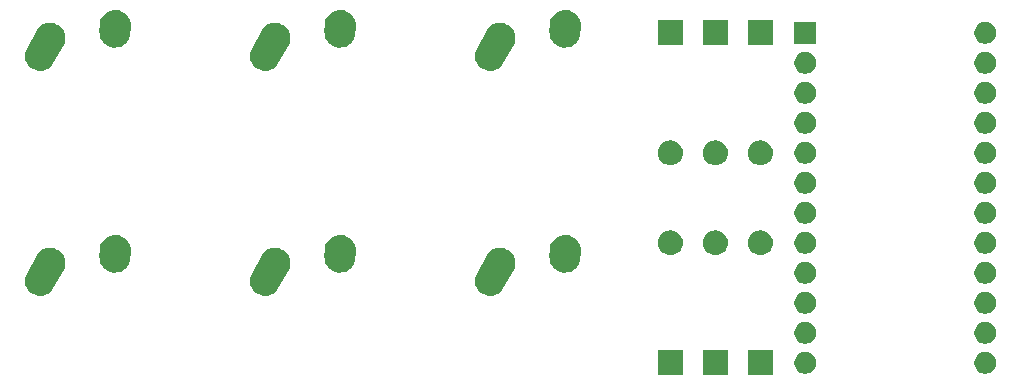
<source format=gbr>
G04 #@! TF.GenerationSoftware,KiCad,Pcbnew,(5.1.4)-1*
G04 #@! TF.CreationDate,2019-08-25T22:56:09+01:00*
G04 #@! TF.ProjectId,pcb,7063622e-6b69-4636-9164-5f7063625858,rev?*
G04 #@! TF.SameCoordinates,Original*
G04 #@! TF.FileFunction,Soldermask,Top*
G04 #@! TF.FilePolarity,Negative*
%FSLAX46Y46*%
G04 Gerber Fmt 4.6, Leading zero omitted, Abs format (unit mm)*
G04 Created by KiCad (PCBNEW (5.1.4)-1) date 2019-08-25 22:56:09*
%MOMM*%
%LPD*%
G04 APERTURE LIST*
%ADD10C,0.100000*%
G04 APERTURE END LIST*
D10*
G36*
X103921000Y-95666000D02*
G01*
X101819000Y-95666000D01*
X101819000Y-93564000D01*
X103921000Y-93564000D01*
X103921000Y-95666000D01*
X103921000Y-95666000D01*
G37*
G36*
X100111000Y-95666000D02*
G01*
X98009000Y-95666000D01*
X98009000Y-93564000D01*
X100111000Y-93564000D01*
X100111000Y-95666000D01*
X100111000Y-95666000D01*
G37*
G36*
X96301000Y-95666000D02*
G01*
X94199000Y-95666000D01*
X94199000Y-93564000D01*
X96301000Y-93564000D01*
X96301000Y-95666000D01*
X96301000Y-95666000D01*
G37*
G36*
X106950483Y-93723335D02*
G01*
X107119240Y-93793236D01*
X107271118Y-93894718D01*
X107400282Y-94023882D01*
X107501764Y-94175760D01*
X107571665Y-94344517D01*
X107607300Y-94523668D01*
X107607300Y-94706332D01*
X107571665Y-94885483D01*
X107501764Y-95054240D01*
X107400282Y-95206118D01*
X107271118Y-95335282D01*
X107119240Y-95436764D01*
X106950483Y-95506665D01*
X106771332Y-95542300D01*
X106588668Y-95542300D01*
X106409517Y-95506665D01*
X106240760Y-95436764D01*
X106088882Y-95335282D01*
X105959718Y-95206118D01*
X105858236Y-95054240D01*
X105788335Y-94885483D01*
X105752700Y-94706332D01*
X105752700Y-94523668D01*
X105788335Y-94344517D01*
X105858236Y-94175760D01*
X105959718Y-94023882D01*
X106088882Y-93894718D01*
X106240760Y-93793236D01*
X106409517Y-93723335D01*
X106588668Y-93687700D01*
X106771332Y-93687700D01*
X106950483Y-93723335D01*
X106950483Y-93723335D01*
G37*
G36*
X122190483Y-93723335D02*
G01*
X122359240Y-93793236D01*
X122511118Y-93894718D01*
X122640282Y-94023882D01*
X122741764Y-94175760D01*
X122811665Y-94344517D01*
X122847300Y-94523668D01*
X122847300Y-94706332D01*
X122811665Y-94885483D01*
X122741764Y-95054240D01*
X122640282Y-95206118D01*
X122511118Y-95335282D01*
X122359240Y-95436764D01*
X122190483Y-95506665D01*
X122011332Y-95542300D01*
X121828668Y-95542300D01*
X121649517Y-95506665D01*
X121480760Y-95436764D01*
X121328882Y-95335282D01*
X121199718Y-95206118D01*
X121098236Y-95054240D01*
X121028335Y-94885483D01*
X120992700Y-94706332D01*
X120992700Y-94523668D01*
X121028335Y-94344517D01*
X121098236Y-94175760D01*
X121199718Y-94023882D01*
X121328882Y-93894718D01*
X121480760Y-93793236D01*
X121649517Y-93723335D01*
X121828668Y-93687700D01*
X122011332Y-93687700D01*
X122190483Y-93723335D01*
X122190483Y-93723335D01*
G37*
G36*
X122190483Y-91183335D02*
G01*
X122359240Y-91253236D01*
X122511118Y-91354718D01*
X122640282Y-91483882D01*
X122741764Y-91635760D01*
X122811665Y-91804517D01*
X122847300Y-91983668D01*
X122847300Y-92166332D01*
X122811665Y-92345483D01*
X122741764Y-92514240D01*
X122640282Y-92666118D01*
X122511118Y-92795282D01*
X122359240Y-92896764D01*
X122190483Y-92966665D01*
X122011332Y-93002300D01*
X121828668Y-93002300D01*
X121649517Y-92966665D01*
X121480760Y-92896764D01*
X121328882Y-92795282D01*
X121199718Y-92666118D01*
X121098236Y-92514240D01*
X121028335Y-92345483D01*
X120992700Y-92166332D01*
X120992700Y-91983668D01*
X121028335Y-91804517D01*
X121098236Y-91635760D01*
X121199718Y-91483882D01*
X121328882Y-91354718D01*
X121480760Y-91253236D01*
X121649517Y-91183335D01*
X121828668Y-91147700D01*
X122011332Y-91147700D01*
X122190483Y-91183335D01*
X122190483Y-91183335D01*
G37*
G36*
X106950483Y-91183335D02*
G01*
X107119240Y-91253236D01*
X107271118Y-91354718D01*
X107400282Y-91483882D01*
X107501764Y-91635760D01*
X107571665Y-91804517D01*
X107607300Y-91983668D01*
X107607300Y-92166332D01*
X107571665Y-92345483D01*
X107501764Y-92514240D01*
X107400282Y-92666118D01*
X107271118Y-92795282D01*
X107119240Y-92896764D01*
X106950483Y-92966665D01*
X106771332Y-93002300D01*
X106588668Y-93002300D01*
X106409517Y-92966665D01*
X106240760Y-92896764D01*
X106088882Y-92795282D01*
X105959718Y-92666118D01*
X105858236Y-92514240D01*
X105788335Y-92345483D01*
X105752700Y-92166332D01*
X105752700Y-91983668D01*
X105788335Y-91804517D01*
X105858236Y-91635760D01*
X105959718Y-91483882D01*
X106088882Y-91354718D01*
X106240760Y-91253236D01*
X106409517Y-91183335D01*
X106588668Y-91147700D01*
X106771332Y-91147700D01*
X106950483Y-91183335D01*
X106950483Y-91183335D01*
G37*
G36*
X122190483Y-88643335D02*
G01*
X122359240Y-88713236D01*
X122511118Y-88814718D01*
X122640282Y-88943882D01*
X122741764Y-89095760D01*
X122811665Y-89264517D01*
X122847300Y-89443668D01*
X122847300Y-89626332D01*
X122811665Y-89805483D01*
X122741764Y-89974240D01*
X122640282Y-90126118D01*
X122511118Y-90255282D01*
X122359240Y-90356764D01*
X122190483Y-90426665D01*
X122011332Y-90462300D01*
X121828668Y-90462300D01*
X121649517Y-90426665D01*
X121480760Y-90356764D01*
X121328882Y-90255282D01*
X121199718Y-90126118D01*
X121098236Y-89974240D01*
X121028335Y-89805483D01*
X120992700Y-89626332D01*
X120992700Y-89443668D01*
X121028335Y-89264517D01*
X121098236Y-89095760D01*
X121199718Y-88943882D01*
X121328882Y-88814718D01*
X121480760Y-88713236D01*
X121649517Y-88643335D01*
X121828668Y-88607700D01*
X122011332Y-88607700D01*
X122190483Y-88643335D01*
X122190483Y-88643335D01*
G37*
G36*
X106950483Y-88643335D02*
G01*
X107119240Y-88713236D01*
X107271118Y-88814718D01*
X107400282Y-88943882D01*
X107501764Y-89095760D01*
X107571665Y-89264517D01*
X107607300Y-89443668D01*
X107607300Y-89626332D01*
X107571665Y-89805483D01*
X107501764Y-89974240D01*
X107400282Y-90126118D01*
X107271118Y-90255282D01*
X107119240Y-90356764D01*
X106950483Y-90426665D01*
X106771332Y-90462300D01*
X106588668Y-90462300D01*
X106409517Y-90426665D01*
X106240760Y-90356764D01*
X106088882Y-90255282D01*
X105959718Y-90126118D01*
X105858236Y-89974240D01*
X105788335Y-89805483D01*
X105752700Y-89626332D01*
X105752700Y-89443668D01*
X105788335Y-89264517D01*
X105858236Y-89095760D01*
X105959718Y-88943882D01*
X106088882Y-88814718D01*
X106240760Y-88713236D01*
X106409517Y-88643335D01*
X106588668Y-88607700D01*
X106771332Y-88607700D01*
X106950483Y-88643335D01*
X106950483Y-88643335D01*
G37*
G36*
X61919575Y-84871286D02*
G01*
X62170086Y-84925333D01*
X62303357Y-84983074D01*
X62405239Y-85027215D01*
X62516688Y-85104314D01*
X62615996Y-85173014D01*
X62615998Y-85173016D01*
X62794262Y-85357130D01*
X62933180Y-85572483D01*
X63027419Y-85810804D01*
X63060019Y-85989753D01*
X63073351Y-86062928D01*
X63069213Y-86319169D01*
X63015166Y-86569680D01*
X62938813Y-86745911D01*
X62065846Y-88317549D01*
X61956579Y-88475497D01*
X61956577Y-88475499D01*
X61772463Y-88653763D01*
X61587953Y-88772785D01*
X61557108Y-88792682D01*
X61534546Y-88801603D01*
X61318789Y-88886920D01*
X61139840Y-88919520D01*
X61066665Y-88932852D01*
X60810425Y-88928714D01*
X60559914Y-88874667D01*
X60421547Y-88814718D01*
X60324761Y-88772785D01*
X60213312Y-88695686D01*
X60114004Y-88626986D01*
X60095331Y-88607700D01*
X59935738Y-88442870D01*
X59796820Y-88227517D01*
X59702581Y-87989196D01*
X59669981Y-87810247D01*
X59656649Y-87737072D01*
X59660787Y-87480832D01*
X59714834Y-87230321D01*
X59791187Y-87054090D01*
X60664154Y-85482451D01*
X60773421Y-85324503D01*
X60900187Y-85201765D01*
X60957537Y-85146237D01*
X61172889Y-85007318D01*
X61411210Y-84913080D01*
X61590159Y-84880480D01*
X61663334Y-84867148D01*
X61919575Y-84871286D01*
X61919575Y-84871286D01*
G37*
G36*
X42869575Y-84871286D02*
G01*
X43120086Y-84925333D01*
X43253357Y-84983074D01*
X43355239Y-85027215D01*
X43466688Y-85104314D01*
X43565996Y-85173014D01*
X43565998Y-85173016D01*
X43744262Y-85357130D01*
X43883180Y-85572483D01*
X43977419Y-85810804D01*
X44010019Y-85989753D01*
X44023351Y-86062928D01*
X44019213Y-86319169D01*
X43965166Y-86569680D01*
X43888813Y-86745911D01*
X43015846Y-88317549D01*
X42906579Y-88475497D01*
X42906577Y-88475499D01*
X42722463Y-88653763D01*
X42537953Y-88772785D01*
X42507108Y-88792682D01*
X42484546Y-88801603D01*
X42268789Y-88886920D01*
X42089840Y-88919520D01*
X42016665Y-88932852D01*
X41760425Y-88928714D01*
X41509914Y-88874667D01*
X41371547Y-88814718D01*
X41274761Y-88772785D01*
X41163312Y-88695686D01*
X41064004Y-88626986D01*
X41045331Y-88607700D01*
X40885738Y-88442870D01*
X40746820Y-88227517D01*
X40652581Y-87989196D01*
X40619981Y-87810247D01*
X40606649Y-87737072D01*
X40610787Y-87480832D01*
X40664834Y-87230321D01*
X40741187Y-87054090D01*
X41614154Y-85482451D01*
X41723421Y-85324503D01*
X41850187Y-85201765D01*
X41907537Y-85146237D01*
X42122889Y-85007318D01*
X42361210Y-84913080D01*
X42540159Y-84880480D01*
X42613334Y-84867148D01*
X42869575Y-84871286D01*
X42869575Y-84871286D01*
G37*
G36*
X80969575Y-84871286D02*
G01*
X81220086Y-84925333D01*
X81353357Y-84983074D01*
X81455239Y-85027215D01*
X81566688Y-85104314D01*
X81665996Y-85173014D01*
X81665998Y-85173016D01*
X81844262Y-85357130D01*
X81983180Y-85572483D01*
X82077419Y-85810804D01*
X82110019Y-85989753D01*
X82123351Y-86062928D01*
X82119213Y-86319169D01*
X82065166Y-86569680D01*
X81988813Y-86745911D01*
X81115846Y-88317549D01*
X81006579Y-88475497D01*
X81006577Y-88475499D01*
X80822463Y-88653763D01*
X80637953Y-88772785D01*
X80607108Y-88792682D01*
X80584546Y-88801603D01*
X80368789Y-88886920D01*
X80189840Y-88919520D01*
X80116665Y-88932852D01*
X79860425Y-88928714D01*
X79609914Y-88874667D01*
X79471547Y-88814718D01*
X79374761Y-88772785D01*
X79263312Y-88695686D01*
X79164004Y-88626986D01*
X79145331Y-88607700D01*
X78985738Y-88442870D01*
X78846820Y-88227517D01*
X78752581Y-87989196D01*
X78719981Y-87810247D01*
X78706649Y-87737072D01*
X78710787Y-87480832D01*
X78764834Y-87230321D01*
X78841187Y-87054090D01*
X79714154Y-85482451D01*
X79823421Y-85324503D01*
X79950187Y-85201765D01*
X80007537Y-85146237D01*
X80222889Y-85007318D01*
X80461210Y-84913080D01*
X80640159Y-84880480D01*
X80713334Y-84867148D01*
X80969575Y-84871286D01*
X80969575Y-84871286D01*
G37*
G36*
X122190483Y-86103335D02*
G01*
X122359240Y-86173236D01*
X122511118Y-86274718D01*
X122640282Y-86403882D01*
X122741764Y-86555760D01*
X122811665Y-86724517D01*
X122847300Y-86903668D01*
X122847300Y-87086332D01*
X122811665Y-87265483D01*
X122741764Y-87434240D01*
X122640282Y-87586118D01*
X122511118Y-87715282D01*
X122359240Y-87816764D01*
X122190483Y-87886665D01*
X122011332Y-87922300D01*
X121828668Y-87922300D01*
X121649517Y-87886665D01*
X121480760Y-87816764D01*
X121328882Y-87715282D01*
X121199718Y-87586118D01*
X121098236Y-87434240D01*
X121028335Y-87265483D01*
X120992700Y-87086332D01*
X120992700Y-86903668D01*
X121028335Y-86724517D01*
X121098236Y-86555760D01*
X121199718Y-86403882D01*
X121328882Y-86274718D01*
X121480760Y-86173236D01*
X121649517Y-86103335D01*
X121828668Y-86067700D01*
X122011332Y-86067700D01*
X122190483Y-86103335D01*
X122190483Y-86103335D01*
G37*
G36*
X106950483Y-86103335D02*
G01*
X107119240Y-86173236D01*
X107271118Y-86274718D01*
X107400282Y-86403882D01*
X107501764Y-86555760D01*
X107571665Y-86724517D01*
X107607300Y-86903668D01*
X107607300Y-87086332D01*
X107571665Y-87265483D01*
X107501764Y-87434240D01*
X107400282Y-87586118D01*
X107271118Y-87715282D01*
X107119240Y-87816764D01*
X106950483Y-87886665D01*
X106771332Y-87922300D01*
X106588668Y-87922300D01*
X106409517Y-87886665D01*
X106240760Y-87816764D01*
X106088882Y-87715282D01*
X105959718Y-87586118D01*
X105858236Y-87434240D01*
X105788335Y-87265483D01*
X105752700Y-87086332D01*
X105752700Y-86903668D01*
X105788335Y-86724517D01*
X105858236Y-86555760D01*
X105959718Y-86403882D01*
X106088882Y-86274718D01*
X106240760Y-86173236D01*
X106409517Y-86103335D01*
X106588668Y-86067700D01*
X106771332Y-86067700D01*
X106950483Y-86103335D01*
X106950483Y-86103335D01*
G37*
G36*
X48601379Y-83828813D02*
G01*
X48840991Y-83919713D01*
X48994547Y-84015759D01*
X49058265Y-84055613D01*
X49244852Y-84231288D01*
X49356209Y-84387550D01*
X49393580Y-84439990D01*
X49498735Y-84673697D01*
X49498736Y-84673701D01*
X49556276Y-84923428D01*
X49562058Y-85115394D01*
X49551057Y-85276763D01*
X49513916Y-85821571D01*
X49482135Y-86010983D01*
X49391235Y-86250595D01*
X49347817Y-86320010D01*
X49255335Y-86467869D01*
X49079660Y-86654456D01*
X48923398Y-86765813D01*
X48870958Y-86803184D01*
X48637251Y-86908339D01*
X48637247Y-86908340D01*
X48387521Y-86965880D01*
X48131366Y-86973594D01*
X48131362Y-86973594D01*
X47878621Y-86931187D01*
X47639009Y-86840287D01*
X47421735Y-86704387D01*
X47368703Y-86654456D01*
X47235148Y-86528712D01*
X47123791Y-86372450D01*
X47086420Y-86320010D01*
X46981265Y-86086303D01*
X46923724Y-85836571D01*
X46922948Y-85810804D01*
X46917942Y-85644608D01*
X46966084Y-84938428D01*
X46978044Y-84867148D01*
X46997865Y-84749017D01*
X47088765Y-84509405D01*
X47224665Y-84292131D01*
X47281950Y-84231288D01*
X47400340Y-84105544D01*
X47556602Y-83994187D01*
X47609042Y-83956816D01*
X47842749Y-83851661D01*
X47842753Y-83851660D01*
X48092479Y-83794120D01*
X48348634Y-83786406D01*
X48348638Y-83786406D01*
X48601379Y-83828813D01*
X48601379Y-83828813D01*
G37*
G36*
X67651379Y-83828813D02*
G01*
X67890991Y-83919713D01*
X68044547Y-84015759D01*
X68108265Y-84055613D01*
X68294852Y-84231288D01*
X68406209Y-84387550D01*
X68443580Y-84439990D01*
X68548735Y-84673697D01*
X68548736Y-84673701D01*
X68606276Y-84923428D01*
X68612058Y-85115394D01*
X68601057Y-85276763D01*
X68563916Y-85821571D01*
X68532135Y-86010983D01*
X68441235Y-86250595D01*
X68397817Y-86320010D01*
X68305335Y-86467869D01*
X68129660Y-86654456D01*
X67973398Y-86765813D01*
X67920958Y-86803184D01*
X67687251Y-86908339D01*
X67687247Y-86908340D01*
X67437521Y-86965880D01*
X67181366Y-86973594D01*
X67181362Y-86973594D01*
X66928621Y-86931187D01*
X66689009Y-86840287D01*
X66471735Y-86704387D01*
X66418703Y-86654456D01*
X66285148Y-86528712D01*
X66173791Y-86372450D01*
X66136420Y-86320010D01*
X66031265Y-86086303D01*
X65973724Y-85836571D01*
X65972948Y-85810804D01*
X65967942Y-85644608D01*
X66016084Y-84938428D01*
X66028044Y-84867148D01*
X66047865Y-84749017D01*
X66138765Y-84509405D01*
X66274665Y-84292131D01*
X66331950Y-84231288D01*
X66450340Y-84105544D01*
X66606602Y-83994187D01*
X66659042Y-83956816D01*
X66892749Y-83851661D01*
X66892753Y-83851660D01*
X67142479Y-83794120D01*
X67398634Y-83786406D01*
X67398638Y-83786406D01*
X67651379Y-83828813D01*
X67651379Y-83828813D01*
G37*
G36*
X86701379Y-83828813D02*
G01*
X86940991Y-83919713D01*
X87094547Y-84015759D01*
X87158265Y-84055613D01*
X87344852Y-84231288D01*
X87456209Y-84387550D01*
X87493580Y-84439990D01*
X87598735Y-84673697D01*
X87598736Y-84673701D01*
X87656276Y-84923428D01*
X87662058Y-85115394D01*
X87651057Y-85276763D01*
X87613916Y-85821571D01*
X87582135Y-86010983D01*
X87491235Y-86250595D01*
X87447817Y-86320010D01*
X87355335Y-86467869D01*
X87179660Y-86654456D01*
X87023398Y-86765813D01*
X86970958Y-86803184D01*
X86737251Y-86908339D01*
X86737247Y-86908340D01*
X86487521Y-86965880D01*
X86231366Y-86973594D01*
X86231362Y-86973594D01*
X85978621Y-86931187D01*
X85739009Y-86840287D01*
X85521735Y-86704387D01*
X85468703Y-86654456D01*
X85335148Y-86528712D01*
X85223791Y-86372450D01*
X85186420Y-86320010D01*
X85081265Y-86086303D01*
X85023724Y-85836571D01*
X85022948Y-85810804D01*
X85017942Y-85644608D01*
X85066084Y-84938428D01*
X85078044Y-84867148D01*
X85097865Y-84749017D01*
X85188765Y-84509405D01*
X85324665Y-84292131D01*
X85381950Y-84231288D01*
X85500340Y-84105544D01*
X85656602Y-83994187D01*
X85709042Y-83956816D01*
X85942749Y-83851661D01*
X85942753Y-83851660D01*
X86192479Y-83794120D01*
X86448634Y-83786406D01*
X86448638Y-83786406D01*
X86701379Y-83828813D01*
X86701379Y-83828813D01*
G37*
G36*
X95353097Y-83409069D02*
G01*
X95456032Y-83419207D01*
X95654146Y-83479305D01*
X95654149Y-83479306D01*
X95744687Y-83527700D01*
X95836729Y-83576897D01*
X95996765Y-83708235D01*
X96128103Y-83868271D01*
X96173939Y-83954025D01*
X96225694Y-84050851D01*
X96225695Y-84050854D01*
X96285793Y-84248968D01*
X96306085Y-84455000D01*
X96285793Y-84661032D01*
X96225695Y-84859146D01*
X96225694Y-84859149D01*
X96196867Y-84913080D01*
X96128103Y-85041729D01*
X95996765Y-85201765D01*
X95836729Y-85333103D01*
X95791777Y-85357130D01*
X95654149Y-85430694D01*
X95654146Y-85430695D01*
X95456032Y-85490793D01*
X95353097Y-85500931D01*
X95301631Y-85506000D01*
X95198369Y-85506000D01*
X95146903Y-85500931D01*
X95043968Y-85490793D01*
X94845854Y-85430695D01*
X94845851Y-85430694D01*
X94708223Y-85357130D01*
X94663271Y-85333103D01*
X94503235Y-85201765D01*
X94371897Y-85041729D01*
X94303133Y-84913080D01*
X94274306Y-84859149D01*
X94274305Y-84859146D01*
X94214207Y-84661032D01*
X94193915Y-84455000D01*
X94214207Y-84248968D01*
X94274305Y-84050854D01*
X94274306Y-84050851D01*
X94326061Y-83954025D01*
X94371897Y-83868271D01*
X94503235Y-83708235D01*
X94663271Y-83576897D01*
X94755313Y-83527700D01*
X94845851Y-83479306D01*
X94845854Y-83479305D01*
X95043968Y-83419207D01*
X95146903Y-83409069D01*
X95198369Y-83404000D01*
X95301631Y-83404000D01*
X95353097Y-83409069D01*
X95353097Y-83409069D01*
G37*
G36*
X102973097Y-83409069D02*
G01*
X103076032Y-83419207D01*
X103274146Y-83479305D01*
X103274149Y-83479306D01*
X103364687Y-83527700D01*
X103456729Y-83576897D01*
X103616765Y-83708235D01*
X103748103Y-83868271D01*
X103793939Y-83954025D01*
X103845694Y-84050851D01*
X103845695Y-84050854D01*
X103905793Y-84248968D01*
X103926085Y-84455000D01*
X103905793Y-84661032D01*
X103845695Y-84859146D01*
X103845694Y-84859149D01*
X103816867Y-84913080D01*
X103748103Y-85041729D01*
X103616765Y-85201765D01*
X103456729Y-85333103D01*
X103411777Y-85357130D01*
X103274149Y-85430694D01*
X103274146Y-85430695D01*
X103076032Y-85490793D01*
X102973097Y-85500931D01*
X102921631Y-85506000D01*
X102818369Y-85506000D01*
X102766903Y-85500931D01*
X102663968Y-85490793D01*
X102465854Y-85430695D01*
X102465851Y-85430694D01*
X102328223Y-85357130D01*
X102283271Y-85333103D01*
X102123235Y-85201765D01*
X101991897Y-85041729D01*
X101923133Y-84913080D01*
X101894306Y-84859149D01*
X101894305Y-84859146D01*
X101834207Y-84661032D01*
X101813915Y-84455000D01*
X101834207Y-84248968D01*
X101894305Y-84050854D01*
X101894306Y-84050851D01*
X101946061Y-83954025D01*
X101991897Y-83868271D01*
X102123235Y-83708235D01*
X102283271Y-83576897D01*
X102375313Y-83527700D01*
X102465851Y-83479306D01*
X102465854Y-83479305D01*
X102663968Y-83419207D01*
X102766903Y-83409069D01*
X102818369Y-83404000D01*
X102921631Y-83404000D01*
X102973097Y-83409069D01*
X102973097Y-83409069D01*
G37*
G36*
X99163097Y-83409069D02*
G01*
X99266032Y-83419207D01*
X99464146Y-83479305D01*
X99464149Y-83479306D01*
X99554687Y-83527700D01*
X99646729Y-83576897D01*
X99806765Y-83708235D01*
X99938103Y-83868271D01*
X99983939Y-83954025D01*
X100035694Y-84050851D01*
X100035695Y-84050854D01*
X100095793Y-84248968D01*
X100116085Y-84455000D01*
X100095793Y-84661032D01*
X100035695Y-84859146D01*
X100035694Y-84859149D01*
X100006867Y-84913080D01*
X99938103Y-85041729D01*
X99806765Y-85201765D01*
X99646729Y-85333103D01*
X99601777Y-85357130D01*
X99464149Y-85430694D01*
X99464146Y-85430695D01*
X99266032Y-85490793D01*
X99163097Y-85500931D01*
X99111631Y-85506000D01*
X99008369Y-85506000D01*
X98956903Y-85500931D01*
X98853968Y-85490793D01*
X98655854Y-85430695D01*
X98655851Y-85430694D01*
X98518223Y-85357130D01*
X98473271Y-85333103D01*
X98313235Y-85201765D01*
X98181897Y-85041729D01*
X98113133Y-84913080D01*
X98084306Y-84859149D01*
X98084305Y-84859146D01*
X98024207Y-84661032D01*
X98003915Y-84455000D01*
X98024207Y-84248968D01*
X98084305Y-84050854D01*
X98084306Y-84050851D01*
X98136061Y-83954025D01*
X98181897Y-83868271D01*
X98313235Y-83708235D01*
X98473271Y-83576897D01*
X98565313Y-83527700D01*
X98655851Y-83479306D01*
X98655854Y-83479305D01*
X98853968Y-83419207D01*
X98956903Y-83409069D01*
X99008369Y-83404000D01*
X99111631Y-83404000D01*
X99163097Y-83409069D01*
X99163097Y-83409069D01*
G37*
G36*
X106950483Y-83563335D02*
G01*
X107119240Y-83633236D01*
X107271118Y-83734718D01*
X107400282Y-83863882D01*
X107501764Y-84015760D01*
X107571665Y-84184517D01*
X107607300Y-84363668D01*
X107607300Y-84546332D01*
X107571665Y-84725483D01*
X107501764Y-84894240D01*
X107400282Y-85046118D01*
X107271118Y-85175282D01*
X107119240Y-85276764D01*
X106950483Y-85346665D01*
X106771332Y-85382300D01*
X106588668Y-85382300D01*
X106409517Y-85346665D01*
X106240760Y-85276764D01*
X106088882Y-85175282D01*
X105959718Y-85046118D01*
X105858236Y-84894240D01*
X105788335Y-84725483D01*
X105752700Y-84546332D01*
X105752700Y-84363668D01*
X105788335Y-84184517D01*
X105858236Y-84015760D01*
X105959718Y-83863882D01*
X106088882Y-83734718D01*
X106240760Y-83633236D01*
X106409517Y-83563335D01*
X106588668Y-83527700D01*
X106771332Y-83527700D01*
X106950483Y-83563335D01*
X106950483Y-83563335D01*
G37*
G36*
X122190483Y-83563335D02*
G01*
X122359240Y-83633236D01*
X122511118Y-83734718D01*
X122640282Y-83863882D01*
X122741764Y-84015760D01*
X122811665Y-84184517D01*
X122847300Y-84363668D01*
X122847300Y-84546332D01*
X122811665Y-84725483D01*
X122741764Y-84894240D01*
X122640282Y-85046118D01*
X122511118Y-85175282D01*
X122359240Y-85276764D01*
X122190483Y-85346665D01*
X122011332Y-85382300D01*
X121828668Y-85382300D01*
X121649517Y-85346665D01*
X121480760Y-85276764D01*
X121328882Y-85175282D01*
X121199718Y-85046118D01*
X121098236Y-84894240D01*
X121028335Y-84725483D01*
X120992700Y-84546332D01*
X120992700Y-84363668D01*
X121028335Y-84184517D01*
X121098236Y-84015760D01*
X121199718Y-83863882D01*
X121328882Y-83734718D01*
X121480760Y-83633236D01*
X121649517Y-83563335D01*
X121828668Y-83527700D01*
X122011332Y-83527700D01*
X122190483Y-83563335D01*
X122190483Y-83563335D01*
G37*
G36*
X122190483Y-81023335D02*
G01*
X122359240Y-81093236D01*
X122511118Y-81194718D01*
X122640282Y-81323882D01*
X122741764Y-81475760D01*
X122811665Y-81644517D01*
X122847300Y-81823668D01*
X122847300Y-82006332D01*
X122811665Y-82185483D01*
X122741764Y-82354240D01*
X122640282Y-82506118D01*
X122511118Y-82635282D01*
X122359240Y-82736764D01*
X122190483Y-82806665D01*
X122011332Y-82842300D01*
X121828668Y-82842300D01*
X121649517Y-82806665D01*
X121480760Y-82736764D01*
X121328882Y-82635282D01*
X121199718Y-82506118D01*
X121098236Y-82354240D01*
X121028335Y-82185483D01*
X120992700Y-82006332D01*
X120992700Y-81823668D01*
X121028335Y-81644517D01*
X121098236Y-81475760D01*
X121199718Y-81323882D01*
X121328882Y-81194718D01*
X121480760Y-81093236D01*
X121649517Y-81023335D01*
X121828668Y-80987700D01*
X122011332Y-80987700D01*
X122190483Y-81023335D01*
X122190483Y-81023335D01*
G37*
G36*
X106950483Y-81023335D02*
G01*
X107119240Y-81093236D01*
X107271118Y-81194718D01*
X107400282Y-81323882D01*
X107501764Y-81475760D01*
X107571665Y-81644517D01*
X107607300Y-81823668D01*
X107607300Y-82006332D01*
X107571665Y-82185483D01*
X107501764Y-82354240D01*
X107400282Y-82506118D01*
X107271118Y-82635282D01*
X107119240Y-82736764D01*
X106950483Y-82806665D01*
X106771332Y-82842300D01*
X106588668Y-82842300D01*
X106409517Y-82806665D01*
X106240760Y-82736764D01*
X106088882Y-82635282D01*
X105959718Y-82506118D01*
X105858236Y-82354240D01*
X105788335Y-82185483D01*
X105752700Y-82006332D01*
X105752700Y-81823668D01*
X105788335Y-81644517D01*
X105858236Y-81475760D01*
X105959718Y-81323882D01*
X106088882Y-81194718D01*
X106240760Y-81093236D01*
X106409517Y-81023335D01*
X106588668Y-80987700D01*
X106771332Y-80987700D01*
X106950483Y-81023335D01*
X106950483Y-81023335D01*
G37*
G36*
X106950483Y-78483335D02*
G01*
X107119240Y-78553236D01*
X107271118Y-78654718D01*
X107400282Y-78783882D01*
X107501764Y-78935760D01*
X107571665Y-79104517D01*
X107607300Y-79283668D01*
X107607300Y-79466332D01*
X107571665Y-79645483D01*
X107501764Y-79814240D01*
X107400282Y-79966118D01*
X107271118Y-80095282D01*
X107119240Y-80196764D01*
X106950483Y-80266665D01*
X106771332Y-80302300D01*
X106588668Y-80302300D01*
X106409517Y-80266665D01*
X106240760Y-80196764D01*
X106088882Y-80095282D01*
X105959718Y-79966118D01*
X105858236Y-79814240D01*
X105788335Y-79645483D01*
X105752700Y-79466332D01*
X105752700Y-79283668D01*
X105788335Y-79104517D01*
X105858236Y-78935760D01*
X105959718Y-78783882D01*
X106088882Y-78654718D01*
X106240760Y-78553236D01*
X106409517Y-78483335D01*
X106588668Y-78447700D01*
X106771332Y-78447700D01*
X106950483Y-78483335D01*
X106950483Y-78483335D01*
G37*
G36*
X122190483Y-78483335D02*
G01*
X122359240Y-78553236D01*
X122511118Y-78654718D01*
X122640282Y-78783882D01*
X122741764Y-78935760D01*
X122811665Y-79104517D01*
X122847300Y-79283668D01*
X122847300Y-79466332D01*
X122811665Y-79645483D01*
X122741764Y-79814240D01*
X122640282Y-79966118D01*
X122511118Y-80095282D01*
X122359240Y-80196764D01*
X122190483Y-80266665D01*
X122011332Y-80302300D01*
X121828668Y-80302300D01*
X121649517Y-80266665D01*
X121480760Y-80196764D01*
X121328882Y-80095282D01*
X121199718Y-79966118D01*
X121098236Y-79814240D01*
X121028335Y-79645483D01*
X120992700Y-79466332D01*
X120992700Y-79283668D01*
X121028335Y-79104517D01*
X121098236Y-78935760D01*
X121199718Y-78783882D01*
X121328882Y-78654718D01*
X121480760Y-78553236D01*
X121649517Y-78483335D01*
X121828668Y-78447700D01*
X122011332Y-78447700D01*
X122190483Y-78483335D01*
X122190483Y-78483335D01*
G37*
G36*
X102973097Y-75789069D02*
G01*
X103076032Y-75799207D01*
X103274146Y-75859305D01*
X103274149Y-75859306D01*
X103364687Y-75907700D01*
X103456729Y-75956897D01*
X103616765Y-76088235D01*
X103748103Y-76248271D01*
X103793939Y-76334025D01*
X103845694Y-76430851D01*
X103845695Y-76430854D01*
X103905793Y-76628968D01*
X103926085Y-76835000D01*
X103905793Y-77041032D01*
X103845695Y-77239146D01*
X103845694Y-77239149D01*
X103793939Y-77335975D01*
X103748103Y-77421729D01*
X103616765Y-77581765D01*
X103456729Y-77713103D01*
X103370975Y-77758939D01*
X103274149Y-77810694D01*
X103274146Y-77810695D01*
X103076032Y-77870793D01*
X102973097Y-77880931D01*
X102921631Y-77886000D01*
X102818369Y-77886000D01*
X102766903Y-77880931D01*
X102663968Y-77870793D01*
X102465854Y-77810695D01*
X102465851Y-77810694D01*
X102369025Y-77758939D01*
X102283271Y-77713103D01*
X102123235Y-77581765D01*
X101991897Y-77421729D01*
X101946061Y-77335975D01*
X101894306Y-77239149D01*
X101894305Y-77239146D01*
X101834207Y-77041032D01*
X101813915Y-76835000D01*
X101834207Y-76628968D01*
X101894305Y-76430854D01*
X101894306Y-76430851D01*
X101946061Y-76334025D01*
X101991897Y-76248271D01*
X102123235Y-76088235D01*
X102283271Y-75956897D01*
X102375313Y-75907700D01*
X102465851Y-75859306D01*
X102465854Y-75859305D01*
X102663968Y-75799207D01*
X102766903Y-75789069D01*
X102818369Y-75784000D01*
X102921631Y-75784000D01*
X102973097Y-75789069D01*
X102973097Y-75789069D01*
G37*
G36*
X99163097Y-75789069D02*
G01*
X99266032Y-75799207D01*
X99464146Y-75859305D01*
X99464149Y-75859306D01*
X99554687Y-75907700D01*
X99646729Y-75956897D01*
X99806765Y-76088235D01*
X99938103Y-76248271D01*
X99983939Y-76334025D01*
X100035694Y-76430851D01*
X100035695Y-76430854D01*
X100095793Y-76628968D01*
X100116085Y-76835000D01*
X100095793Y-77041032D01*
X100035695Y-77239146D01*
X100035694Y-77239149D01*
X99983939Y-77335975D01*
X99938103Y-77421729D01*
X99806765Y-77581765D01*
X99646729Y-77713103D01*
X99560975Y-77758939D01*
X99464149Y-77810694D01*
X99464146Y-77810695D01*
X99266032Y-77870793D01*
X99163097Y-77880931D01*
X99111631Y-77886000D01*
X99008369Y-77886000D01*
X98956903Y-77880931D01*
X98853968Y-77870793D01*
X98655854Y-77810695D01*
X98655851Y-77810694D01*
X98559025Y-77758939D01*
X98473271Y-77713103D01*
X98313235Y-77581765D01*
X98181897Y-77421729D01*
X98136061Y-77335975D01*
X98084306Y-77239149D01*
X98084305Y-77239146D01*
X98024207Y-77041032D01*
X98003915Y-76835000D01*
X98024207Y-76628968D01*
X98084305Y-76430854D01*
X98084306Y-76430851D01*
X98136061Y-76334025D01*
X98181897Y-76248271D01*
X98313235Y-76088235D01*
X98473271Y-75956897D01*
X98565313Y-75907700D01*
X98655851Y-75859306D01*
X98655854Y-75859305D01*
X98853968Y-75799207D01*
X98956903Y-75789069D01*
X99008369Y-75784000D01*
X99111631Y-75784000D01*
X99163097Y-75789069D01*
X99163097Y-75789069D01*
G37*
G36*
X95353097Y-75789069D02*
G01*
X95456032Y-75799207D01*
X95654146Y-75859305D01*
X95654149Y-75859306D01*
X95744687Y-75907700D01*
X95836729Y-75956897D01*
X95996765Y-76088235D01*
X96128103Y-76248271D01*
X96173939Y-76334025D01*
X96225694Y-76430851D01*
X96225695Y-76430854D01*
X96285793Y-76628968D01*
X96306085Y-76835000D01*
X96285793Y-77041032D01*
X96225695Y-77239146D01*
X96225694Y-77239149D01*
X96173939Y-77335975D01*
X96128103Y-77421729D01*
X95996765Y-77581765D01*
X95836729Y-77713103D01*
X95750975Y-77758939D01*
X95654149Y-77810694D01*
X95654146Y-77810695D01*
X95456032Y-77870793D01*
X95353097Y-77880931D01*
X95301631Y-77886000D01*
X95198369Y-77886000D01*
X95146903Y-77880931D01*
X95043968Y-77870793D01*
X94845854Y-77810695D01*
X94845851Y-77810694D01*
X94749025Y-77758939D01*
X94663271Y-77713103D01*
X94503235Y-77581765D01*
X94371897Y-77421729D01*
X94326061Y-77335975D01*
X94274306Y-77239149D01*
X94274305Y-77239146D01*
X94214207Y-77041032D01*
X94193915Y-76835000D01*
X94214207Y-76628968D01*
X94274305Y-76430854D01*
X94274306Y-76430851D01*
X94326061Y-76334025D01*
X94371897Y-76248271D01*
X94503235Y-76088235D01*
X94663271Y-75956897D01*
X94755313Y-75907700D01*
X94845851Y-75859306D01*
X94845854Y-75859305D01*
X95043968Y-75799207D01*
X95146903Y-75789069D01*
X95198369Y-75784000D01*
X95301631Y-75784000D01*
X95353097Y-75789069D01*
X95353097Y-75789069D01*
G37*
G36*
X106950483Y-75943335D02*
G01*
X107119240Y-76013236D01*
X107271118Y-76114718D01*
X107400282Y-76243882D01*
X107501764Y-76395760D01*
X107571665Y-76564517D01*
X107607300Y-76743668D01*
X107607300Y-76926332D01*
X107571665Y-77105483D01*
X107501764Y-77274240D01*
X107400282Y-77426118D01*
X107271118Y-77555282D01*
X107119240Y-77656764D01*
X106950483Y-77726665D01*
X106771332Y-77762300D01*
X106588668Y-77762300D01*
X106409517Y-77726665D01*
X106240760Y-77656764D01*
X106088882Y-77555282D01*
X105959718Y-77426118D01*
X105858236Y-77274240D01*
X105788335Y-77105483D01*
X105752700Y-76926332D01*
X105752700Y-76743668D01*
X105788335Y-76564517D01*
X105858236Y-76395760D01*
X105959718Y-76243882D01*
X106088882Y-76114718D01*
X106240760Y-76013236D01*
X106409517Y-75943335D01*
X106588668Y-75907700D01*
X106771332Y-75907700D01*
X106950483Y-75943335D01*
X106950483Y-75943335D01*
G37*
G36*
X122190483Y-75943335D02*
G01*
X122359240Y-76013236D01*
X122511118Y-76114718D01*
X122640282Y-76243882D01*
X122741764Y-76395760D01*
X122811665Y-76564517D01*
X122847300Y-76743668D01*
X122847300Y-76926332D01*
X122811665Y-77105483D01*
X122741764Y-77274240D01*
X122640282Y-77426118D01*
X122511118Y-77555282D01*
X122359240Y-77656764D01*
X122190483Y-77726665D01*
X122011332Y-77762300D01*
X121828668Y-77762300D01*
X121649517Y-77726665D01*
X121480760Y-77656764D01*
X121328882Y-77555282D01*
X121199718Y-77426118D01*
X121098236Y-77274240D01*
X121028335Y-77105483D01*
X120992700Y-76926332D01*
X120992700Y-76743668D01*
X121028335Y-76564517D01*
X121098236Y-76395760D01*
X121199718Y-76243882D01*
X121328882Y-76114718D01*
X121480760Y-76013236D01*
X121649517Y-75943335D01*
X121828668Y-75907700D01*
X122011332Y-75907700D01*
X122190483Y-75943335D01*
X122190483Y-75943335D01*
G37*
G36*
X122190483Y-73403335D02*
G01*
X122359240Y-73473236D01*
X122511118Y-73574718D01*
X122640282Y-73703882D01*
X122741764Y-73855760D01*
X122811665Y-74024517D01*
X122847300Y-74203668D01*
X122847300Y-74386332D01*
X122811665Y-74565483D01*
X122741764Y-74734240D01*
X122640282Y-74886118D01*
X122511118Y-75015282D01*
X122359240Y-75116764D01*
X122190483Y-75186665D01*
X122011332Y-75222300D01*
X121828668Y-75222300D01*
X121649517Y-75186665D01*
X121480760Y-75116764D01*
X121328882Y-75015282D01*
X121199718Y-74886118D01*
X121098236Y-74734240D01*
X121028335Y-74565483D01*
X120992700Y-74386332D01*
X120992700Y-74203668D01*
X121028335Y-74024517D01*
X121098236Y-73855760D01*
X121199718Y-73703882D01*
X121328882Y-73574718D01*
X121480760Y-73473236D01*
X121649517Y-73403335D01*
X121828668Y-73367700D01*
X122011332Y-73367700D01*
X122190483Y-73403335D01*
X122190483Y-73403335D01*
G37*
G36*
X106950483Y-73403335D02*
G01*
X107119240Y-73473236D01*
X107271118Y-73574718D01*
X107400282Y-73703882D01*
X107501764Y-73855760D01*
X107571665Y-74024517D01*
X107607300Y-74203668D01*
X107607300Y-74386332D01*
X107571665Y-74565483D01*
X107501764Y-74734240D01*
X107400282Y-74886118D01*
X107271118Y-75015282D01*
X107119240Y-75116764D01*
X106950483Y-75186665D01*
X106771332Y-75222300D01*
X106588668Y-75222300D01*
X106409517Y-75186665D01*
X106240760Y-75116764D01*
X106088882Y-75015282D01*
X105959718Y-74886118D01*
X105858236Y-74734240D01*
X105788335Y-74565483D01*
X105752700Y-74386332D01*
X105752700Y-74203668D01*
X105788335Y-74024517D01*
X105858236Y-73855760D01*
X105959718Y-73703882D01*
X106088882Y-73574718D01*
X106240760Y-73473236D01*
X106409517Y-73403335D01*
X106588668Y-73367700D01*
X106771332Y-73367700D01*
X106950483Y-73403335D01*
X106950483Y-73403335D01*
G37*
G36*
X106950483Y-70863335D02*
G01*
X107119240Y-70933236D01*
X107271118Y-71034718D01*
X107400282Y-71163882D01*
X107501764Y-71315760D01*
X107571665Y-71484517D01*
X107607300Y-71663668D01*
X107607300Y-71846332D01*
X107571665Y-72025483D01*
X107501764Y-72194240D01*
X107400282Y-72346118D01*
X107271118Y-72475282D01*
X107119240Y-72576764D01*
X106950483Y-72646665D01*
X106771332Y-72682300D01*
X106588668Y-72682300D01*
X106409517Y-72646665D01*
X106240760Y-72576764D01*
X106088882Y-72475282D01*
X105959718Y-72346118D01*
X105858236Y-72194240D01*
X105788335Y-72025483D01*
X105752700Y-71846332D01*
X105752700Y-71663668D01*
X105788335Y-71484517D01*
X105858236Y-71315760D01*
X105959718Y-71163882D01*
X106088882Y-71034718D01*
X106240760Y-70933236D01*
X106409517Y-70863335D01*
X106588668Y-70827700D01*
X106771332Y-70827700D01*
X106950483Y-70863335D01*
X106950483Y-70863335D01*
G37*
G36*
X122190483Y-70863335D02*
G01*
X122359240Y-70933236D01*
X122511118Y-71034718D01*
X122640282Y-71163882D01*
X122741764Y-71315760D01*
X122811665Y-71484517D01*
X122847300Y-71663668D01*
X122847300Y-71846332D01*
X122811665Y-72025483D01*
X122741764Y-72194240D01*
X122640282Y-72346118D01*
X122511118Y-72475282D01*
X122359240Y-72576764D01*
X122190483Y-72646665D01*
X122011332Y-72682300D01*
X121828668Y-72682300D01*
X121649517Y-72646665D01*
X121480760Y-72576764D01*
X121328882Y-72475282D01*
X121199718Y-72346118D01*
X121098236Y-72194240D01*
X121028335Y-72025483D01*
X120992700Y-71846332D01*
X120992700Y-71663668D01*
X121028335Y-71484517D01*
X121098236Y-71315760D01*
X121199718Y-71163882D01*
X121328882Y-71034718D01*
X121480760Y-70933236D01*
X121649517Y-70863335D01*
X121828668Y-70827700D01*
X122011332Y-70827700D01*
X122190483Y-70863335D01*
X122190483Y-70863335D01*
G37*
G36*
X106950483Y-68323335D02*
G01*
X107119240Y-68393236D01*
X107271118Y-68494718D01*
X107400282Y-68623882D01*
X107501764Y-68775760D01*
X107571665Y-68944517D01*
X107607300Y-69123668D01*
X107607300Y-69306332D01*
X107571665Y-69485483D01*
X107501764Y-69654240D01*
X107400282Y-69806118D01*
X107271118Y-69935282D01*
X107119240Y-70036764D01*
X106950483Y-70106665D01*
X106771332Y-70142300D01*
X106588668Y-70142300D01*
X106409517Y-70106665D01*
X106240760Y-70036764D01*
X106088882Y-69935282D01*
X105959718Y-69806118D01*
X105858236Y-69654240D01*
X105788335Y-69485483D01*
X105752700Y-69306332D01*
X105752700Y-69123668D01*
X105788335Y-68944517D01*
X105858236Y-68775760D01*
X105959718Y-68623882D01*
X106088882Y-68494718D01*
X106240760Y-68393236D01*
X106409517Y-68323335D01*
X106588668Y-68287700D01*
X106771332Y-68287700D01*
X106950483Y-68323335D01*
X106950483Y-68323335D01*
G37*
G36*
X122190483Y-68323335D02*
G01*
X122359240Y-68393236D01*
X122511118Y-68494718D01*
X122640282Y-68623882D01*
X122741764Y-68775760D01*
X122811665Y-68944517D01*
X122847300Y-69123668D01*
X122847300Y-69306332D01*
X122811665Y-69485483D01*
X122741764Y-69654240D01*
X122640282Y-69806118D01*
X122511118Y-69935282D01*
X122359240Y-70036764D01*
X122190483Y-70106665D01*
X122011332Y-70142300D01*
X121828668Y-70142300D01*
X121649517Y-70106665D01*
X121480760Y-70036764D01*
X121328882Y-69935282D01*
X121199718Y-69806118D01*
X121098236Y-69654240D01*
X121028335Y-69485483D01*
X120992700Y-69306332D01*
X120992700Y-69123668D01*
X121028335Y-68944517D01*
X121098236Y-68775760D01*
X121199718Y-68623882D01*
X121328882Y-68494718D01*
X121480760Y-68393236D01*
X121649517Y-68323335D01*
X121828668Y-68287700D01*
X122011332Y-68287700D01*
X122190483Y-68323335D01*
X122190483Y-68323335D01*
G37*
G36*
X80969575Y-65821286D02*
G01*
X81220086Y-65875333D01*
X81353357Y-65933074D01*
X81455239Y-65977215D01*
X81566688Y-66054314D01*
X81665996Y-66123014D01*
X81665998Y-66123016D01*
X81844262Y-66307130D01*
X81983180Y-66522483D01*
X82077419Y-66760804D01*
X82110019Y-66939753D01*
X82123351Y-67012928D01*
X82119213Y-67269169D01*
X82065166Y-67519680D01*
X81988813Y-67695911D01*
X81115846Y-69267549D01*
X81006579Y-69425497D01*
X81006577Y-69425499D01*
X80822463Y-69603763D01*
X80637953Y-69722785D01*
X80607108Y-69742682D01*
X80584546Y-69751603D01*
X80368789Y-69836920D01*
X80189840Y-69869520D01*
X80116665Y-69882852D01*
X79860425Y-69878714D01*
X79609914Y-69824667D01*
X79476643Y-69766926D01*
X79374761Y-69722785D01*
X79263312Y-69645686D01*
X79164004Y-69576986D01*
X79164002Y-69576984D01*
X78985738Y-69392870D01*
X78846820Y-69177517D01*
X78752581Y-68939196D01*
X78719981Y-68760247D01*
X78706649Y-68687072D01*
X78710787Y-68430832D01*
X78764834Y-68180321D01*
X78841187Y-68004090D01*
X79714154Y-66432451D01*
X79823421Y-66274503D01*
X79823423Y-66274501D01*
X80007537Y-66096237D01*
X80222889Y-65957318D01*
X80461210Y-65863080D01*
X80640159Y-65830480D01*
X80713334Y-65817148D01*
X80969575Y-65821286D01*
X80969575Y-65821286D01*
G37*
G36*
X61919575Y-65821286D02*
G01*
X62170086Y-65875333D01*
X62303357Y-65933074D01*
X62405239Y-65977215D01*
X62516688Y-66054314D01*
X62615996Y-66123014D01*
X62615998Y-66123016D01*
X62794262Y-66307130D01*
X62933180Y-66522483D01*
X63027419Y-66760804D01*
X63060019Y-66939753D01*
X63073351Y-67012928D01*
X63069213Y-67269169D01*
X63015166Y-67519680D01*
X62938813Y-67695911D01*
X62065846Y-69267549D01*
X61956579Y-69425497D01*
X61956577Y-69425499D01*
X61772463Y-69603763D01*
X61587953Y-69722785D01*
X61557108Y-69742682D01*
X61534546Y-69751603D01*
X61318789Y-69836920D01*
X61139840Y-69869520D01*
X61066665Y-69882852D01*
X60810425Y-69878714D01*
X60559914Y-69824667D01*
X60426643Y-69766926D01*
X60324761Y-69722785D01*
X60213312Y-69645686D01*
X60114004Y-69576986D01*
X60114002Y-69576984D01*
X59935738Y-69392870D01*
X59796820Y-69177517D01*
X59702581Y-68939196D01*
X59669981Y-68760247D01*
X59656649Y-68687072D01*
X59660787Y-68430832D01*
X59714834Y-68180321D01*
X59791187Y-68004090D01*
X60664154Y-66432451D01*
X60773421Y-66274503D01*
X60773423Y-66274501D01*
X60957537Y-66096237D01*
X61172889Y-65957318D01*
X61411210Y-65863080D01*
X61590159Y-65830480D01*
X61663334Y-65817148D01*
X61919575Y-65821286D01*
X61919575Y-65821286D01*
G37*
G36*
X42869575Y-65821286D02*
G01*
X43120086Y-65875333D01*
X43253357Y-65933074D01*
X43355239Y-65977215D01*
X43466688Y-66054314D01*
X43565996Y-66123014D01*
X43565998Y-66123016D01*
X43744262Y-66307130D01*
X43883180Y-66522483D01*
X43977419Y-66760804D01*
X44010019Y-66939753D01*
X44023351Y-67012928D01*
X44019213Y-67269169D01*
X43965166Y-67519680D01*
X43888813Y-67695911D01*
X43015846Y-69267549D01*
X42906579Y-69425497D01*
X42906577Y-69425499D01*
X42722463Y-69603763D01*
X42537953Y-69722785D01*
X42507108Y-69742682D01*
X42484546Y-69751603D01*
X42268789Y-69836920D01*
X42089840Y-69869520D01*
X42016665Y-69882852D01*
X41760425Y-69878714D01*
X41509914Y-69824667D01*
X41376643Y-69766926D01*
X41274761Y-69722785D01*
X41163312Y-69645686D01*
X41064004Y-69576986D01*
X41064002Y-69576984D01*
X40885738Y-69392870D01*
X40746820Y-69177517D01*
X40652581Y-68939196D01*
X40619981Y-68760247D01*
X40606649Y-68687072D01*
X40610787Y-68430832D01*
X40664834Y-68180321D01*
X40741187Y-68004090D01*
X41614154Y-66432451D01*
X41723421Y-66274503D01*
X41723423Y-66274501D01*
X41907537Y-66096237D01*
X42122889Y-65957318D01*
X42361210Y-65863080D01*
X42540159Y-65830480D01*
X42613334Y-65817148D01*
X42869575Y-65821286D01*
X42869575Y-65821286D01*
G37*
G36*
X67651379Y-64778813D02*
G01*
X67890991Y-64869713D01*
X68108265Y-65005613D01*
X68294852Y-65181288D01*
X68406209Y-65337550D01*
X68443580Y-65389990D01*
X68548735Y-65623697D01*
X68548736Y-65623701D01*
X68606276Y-65873428D01*
X68612058Y-66065394D01*
X68600443Y-66235760D01*
X68563916Y-66771571D01*
X68532135Y-66960983D01*
X68441235Y-67200595D01*
X68397817Y-67270010D01*
X68305335Y-67417869D01*
X68129660Y-67604456D01*
X67973398Y-67715813D01*
X67920958Y-67753184D01*
X67687251Y-67858339D01*
X67687247Y-67858340D01*
X67437521Y-67915880D01*
X67181366Y-67923594D01*
X67181362Y-67923594D01*
X66928621Y-67881187D01*
X66689009Y-67790287D01*
X66471735Y-67654387D01*
X66418703Y-67604456D01*
X66285148Y-67478712D01*
X66173791Y-67322450D01*
X66136420Y-67270010D01*
X66031265Y-67036303D01*
X65973724Y-66786571D01*
X65973272Y-66771571D01*
X65967942Y-66594608D01*
X66016084Y-65888428D01*
X66028044Y-65817148D01*
X66047865Y-65699017D01*
X66138765Y-65459405D01*
X66274665Y-65242131D01*
X66331950Y-65181288D01*
X66450340Y-65055544D01*
X66606602Y-64944187D01*
X66659042Y-64906816D01*
X66892749Y-64801661D01*
X66892753Y-64801660D01*
X67142479Y-64744120D01*
X67398634Y-64736406D01*
X67398638Y-64736406D01*
X67651379Y-64778813D01*
X67651379Y-64778813D01*
G37*
G36*
X48601379Y-64778813D02*
G01*
X48840991Y-64869713D01*
X49058265Y-65005613D01*
X49244852Y-65181288D01*
X49356209Y-65337550D01*
X49393580Y-65389990D01*
X49498735Y-65623697D01*
X49498736Y-65623701D01*
X49556276Y-65873428D01*
X49562058Y-66065394D01*
X49550443Y-66235760D01*
X49513916Y-66771571D01*
X49482135Y-66960983D01*
X49391235Y-67200595D01*
X49347817Y-67270010D01*
X49255335Y-67417869D01*
X49079660Y-67604456D01*
X48923398Y-67715813D01*
X48870958Y-67753184D01*
X48637251Y-67858339D01*
X48637247Y-67858340D01*
X48387521Y-67915880D01*
X48131366Y-67923594D01*
X48131362Y-67923594D01*
X47878621Y-67881187D01*
X47639009Y-67790287D01*
X47421735Y-67654387D01*
X47368703Y-67604456D01*
X47235148Y-67478712D01*
X47123791Y-67322450D01*
X47086420Y-67270010D01*
X46981265Y-67036303D01*
X46923724Y-66786571D01*
X46923272Y-66771571D01*
X46917942Y-66594608D01*
X46966084Y-65888428D01*
X46978044Y-65817148D01*
X46997865Y-65699017D01*
X47088765Y-65459405D01*
X47224665Y-65242131D01*
X47281950Y-65181288D01*
X47400340Y-65055544D01*
X47556602Y-64944187D01*
X47609042Y-64906816D01*
X47842749Y-64801661D01*
X47842753Y-64801660D01*
X48092479Y-64744120D01*
X48348634Y-64736406D01*
X48348638Y-64736406D01*
X48601379Y-64778813D01*
X48601379Y-64778813D01*
G37*
G36*
X86701379Y-64778813D02*
G01*
X86940991Y-64869713D01*
X87158265Y-65005613D01*
X87344852Y-65181288D01*
X87456209Y-65337550D01*
X87493580Y-65389990D01*
X87598735Y-65623697D01*
X87598736Y-65623701D01*
X87656276Y-65873428D01*
X87662058Y-66065394D01*
X87650443Y-66235760D01*
X87613916Y-66771571D01*
X87582135Y-66960983D01*
X87491235Y-67200595D01*
X87447817Y-67270010D01*
X87355335Y-67417869D01*
X87179660Y-67604456D01*
X87023398Y-67715813D01*
X86970958Y-67753184D01*
X86737251Y-67858339D01*
X86737247Y-67858340D01*
X86487521Y-67915880D01*
X86231366Y-67923594D01*
X86231362Y-67923594D01*
X85978621Y-67881187D01*
X85739009Y-67790287D01*
X85521735Y-67654387D01*
X85468703Y-67604456D01*
X85335148Y-67478712D01*
X85223791Y-67322450D01*
X85186420Y-67270010D01*
X85081265Y-67036303D01*
X85023724Y-66786571D01*
X85023272Y-66771571D01*
X85017942Y-66594608D01*
X85066084Y-65888428D01*
X85078044Y-65817148D01*
X85097865Y-65699017D01*
X85188765Y-65459405D01*
X85324665Y-65242131D01*
X85381950Y-65181288D01*
X85500340Y-65055544D01*
X85656602Y-64944187D01*
X85709042Y-64906816D01*
X85942749Y-64801661D01*
X85942753Y-64801660D01*
X86192479Y-64744120D01*
X86448634Y-64736406D01*
X86448638Y-64736406D01*
X86701379Y-64778813D01*
X86701379Y-64778813D01*
G37*
G36*
X103921000Y-67726000D02*
G01*
X101819000Y-67726000D01*
X101819000Y-65624000D01*
X103921000Y-65624000D01*
X103921000Y-67726000D01*
X103921000Y-67726000D01*
G37*
G36*
X100111000Y-67726000D02*
G01*
X98009000Y-67726000D01*
X98009000Y-65624000D01*
X100111000Y-65624000D01*
X100111000Y-67726000D01*
X100111000Y-67726000D01*
G37*
G36*
X96301000Y-67726000D02*
G01*
X94199000Y-67726000D01*
X94199000Y-65624000D01*
X96301000Y-65624000D01*
X96301000Y-67726000D01*
X96301000Y-67726000D01*
G37*
G36*
X122190483Y-65783335D02*
G01*
X122359240Y-65853236D01*
X122511118Y-65954718D01*
X122640282Y-66083882D01*
X122741764Y-66235760D01*
X122811665Y-66404517D01*
X122847300Y-66583668D01*
X122847300Y-66766332D01*
X122811665Y-66945483D01*
X122741764Y-67114240D01*
X122640282Y-67266118D01*
X122511118Y-67395282D01*
X122359240Y-67496764D01*
X122190483Y-67566665D01*
X122011332Y-67602300D01*
X121828668Y-67602300D01*
X121649517Y-67566665D01*
X121480760Y-67496764D01*
X121328882Y-67395282D01*
X121199718Y-67266118D01*
X121098236Y-67114240D01*
X121028335Y-66945483D01*
X120992700Y-66766332D01*
X120992700Y-66583668D01*
X121028335Y-66404517D01*
X121098236Y-66235760D01*
X121199718Y-66083882D01*
X121328882Y-65954718D01*
X121480760Y-65853236D01*
X121649517Y-65783335D01*
X121828668Y-65747700D01*
X122011332Y-65747700D01*
X122190483Y-65783335D01*
X122190483Y-65783335D01*
G37*
G36*
X107607300Y-67602300D02*
G01*
X105752700Y-67602300D01*
X105752700Y-65747700D01*
X107607300Y-65747700D01*
X107607300Y-67602300D01*
X107607300Y-67602300D01*
G37*
M02*

</source>
